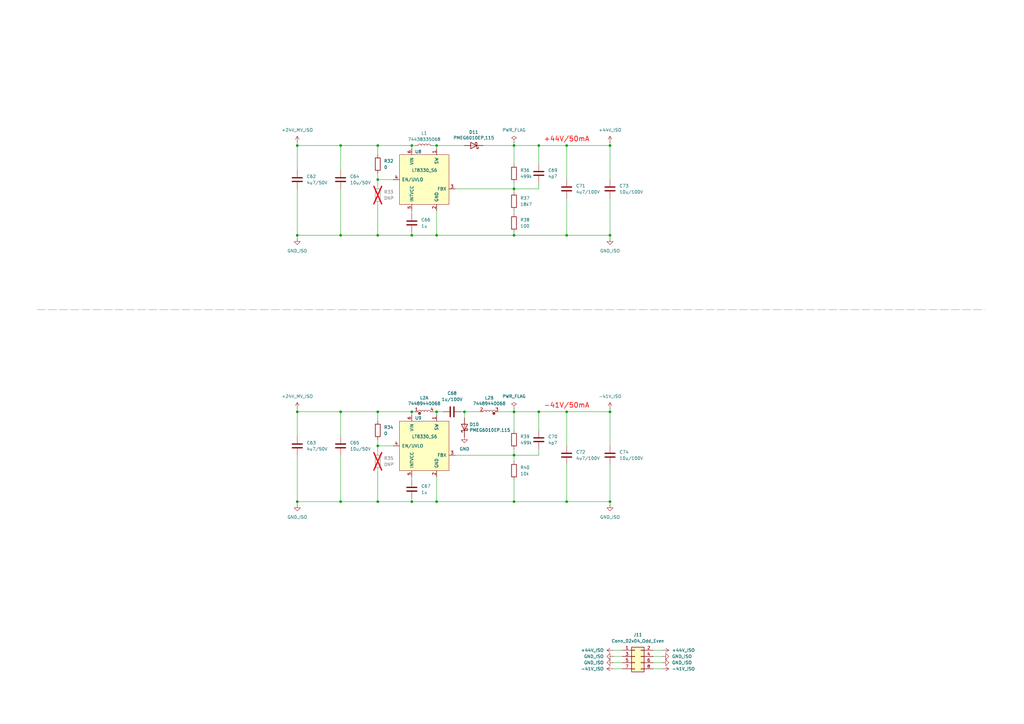
<source format=kicad_sch>
(kicad_sch (version 20250114) (generator "eeschema") (generator_version "9.0")
  (paper "A3")
  (lib_symbols
    (symbol "Connector_Generic:Conn_02x04_Odd_Even" (pin_names (offset 1.016) (hide yes))
      (property "Reference" "J" (at 1.27 5.08 0))
      (property "Value" "Conn_02x04_Odd_Even" (at 1.27 -7.62 0))
      (symbol "Conn_02x04_Odd_Even_1_1"
        (rectangle (start -1.27 3.81) (end 3.81 -6.35) (stroke (width 0.254)) (fill (type background)))
        (rectangle (start -1.27 2.667) (end 0 2.413) (stroke (width 0.1524)))
        (rectangle (start -1.27 0.127) (end 0 -0.127) (stroke (width 0.1524)))
        (rectangle (start -1.27 -2.413) (end 0 -2.667) (stroke (width 0.1524)))
        (rectangle (start -1.27 -4.953) (end 0 -5.207) (stroke (width 0.1524)))
        (rectangle (start 3.81 2.667) (end 2.54 2.413) (stroke (width 0.1524)))
        (rectangle (start 3.81 0.127) (end 2.54 -0.127) (stroke (width 0.1524)))
        (rectangle (start 3.81 -2.413) (end 2.54 -2.667) (stroke (width 0.1524)))
        (rectangle (start 3.81 -4.953) (end 2.54 -5.207) (stroke (width 0.1524)))
        (pin passive line (at -5.08 2.54 0) (length 3.81) (name "Pin_1") (number "1"))
        (pin passive line (at -5.08 0 0) (length 3.81) (name "Pin_3") (number "3"))
        (pin passive line (at -5.08 -2.54 0) (length 3.81) (name "Pin_5") (number "5"))
        (pin passive line (at -5.08 -5.08 0) (length 3.81) (name "Pin_7") (number "7"))
        (pin passive line (at 7.62 2.54 180) (length 3.81) (name "Pin_2") (number "2"))
        (pin passive line (at 7.62 0 180) (length 3.81) (name "Pin_4") (number "4"))
        (pin passive line (at 7.62 -2.54 180) (length 3.81) (name "Pin_6") (number "6"))
        (pin passive line (at 7.62 -5.08 180) (length 3.81) (name "Pin_8") (number "8"))
      )
    )
    (symbol "Device:C" (pin_numbers (hide yes)) (pin_names (offset 0.254))
      (property "Reference" "C" (at 0.635 2.54 0))
      (property "Value" "C" (at 0.635 -2.54 0))
      (symbol "C_0_1"
        (polyline (pts (xy -2.032 0.762) (xy 2.032 0.762)) (stroke (width 0.508)))
        (polyline (pts (xy -2.032 -0.762) (xy 2.032 -0.762)) (stroke (width 0.508)))
      )
      (symbol "C_1_1"
        (pin passive line (at 0 3.81 270) (length 2.794) (name "~") (number "1"))
        (pin passive line (at 0 -3.81 90) (length 2.794) (name "~") (number "2"))
      )
    )
    (symbol "Device:D_Schottky" (pin_numbers (hide yes)) (pin_names (offset 1.016) (hide yes))
      (property "Reference" "D" (at 0 2.54 0))
      (property "Value" "D_Schottky" (at 0 -2.54 0))
      (symbol "D_Schottky_0_1"
        (polyline (pts (xy -1.905 0.635) (xy -1.905 1.27) (xy -1.27 1.27) (xy -1.27 -1.27) (xy -0.635 -1.27) (xy -0.635 -0.635)) (stroke (width 0.254)))
        (polyline (pts (xy 1.27 1.27) (xy 1.27 -1.27) (xy -1.27 0) (xy 1.27 1.27)) (stroke (width 0.254)))
        (polyline (pts (xy 1.27 0) (xy -1.27 0)))
      )
      (symbol "D_Schottky_1_1"
        (pin passive line (at -3.81 0 0) (length 2.54) (name "K") (number "1"))
        (pin passive line (at 3.81 0 180) (length 2.54) (name "A") (number "2"))
      )
    )
    (symbol "Device:L" (pin_numbers (hide yes)) (pin_names (offset 1.016) (hide yes))
      (property "Reference" "L" (at -1.27 0 90))
      (property "Value" "L" (at 1.905 0 90))
      (symbol "L_0_1"
        (arc (start 0 2.54) (mid 0.6323 1.905) (end 0 1.27))
        (arc (start 0 1.27) (mid 0.6323 0.635) (end 0 0))
        (arc (start 0 0) (mid 0.6323 -0.635) (end 0 -1.27))
        (arc (start 0 -1.27) (mid 0.6323 -1.905) (end 0 -2.54))
      )
      (symbol "L_1_1"
        (pin passive line (at 0 3.81 270) (length 1.27) (name "1") (number "1"))
        (pin passive line (at 0 -3.81 90) (length 1.27) (name "2") (number "2"))
      )
    )
    (symbol "Device:R" (pin_numbers (hide yes)) (pin_names (offset 0))
      (property "Reference" "R" (at 2.032 0 90))
      (property "Value" "R" (at 0 0 90))
      (symbol "R_0_1"
        (rectangle (start -1.016 -2.54) (end 1.016 2.54) (stroke (width 0.254)))
      )
      (symbol "R_1_1"
        (pin passive line (at 0 3.81 270) (length 1.27) (name "~") (number "1"))
        (pin passive line (at 0 -3.81 90) (length 1.27) (name "~") (number "2"))
      )
    )
    (symbol "ETH1CVOLT_A:+24V_MV_ISO" (power) (pin_numbers (hide yes)) (pin_names (offset 0) (hide yes))
      (property "Value" "+24V_MV_ISO" (at 0 3.556 0))
      (symbol "+24V_MV_ISO_0_1"
        (polyline (pts (xy -0.762 1.27) (xy 0 2.54)))
        (polyline (pts (xy 0 2.54) (xy 0.762 1.27)))
        (polyline (pts (xy 0 0) (xy 0 2.54)))
      )
      (symbol "+24V_MV_ISO_1_1"
        (pin power_in line (at 0 0 90) (length 0) (name "~") (number "1"))
      )
    )
    (symbol "ETH1CVOLT_A:+44V_ISO" (power) (pin_numbers (hide yes)) (pin_names (offset 0) (hide yes))
      (property "Value" "+44V_ISO" (at 0 3.556 0))
      (symbol "+44V_ISO_0_1"
        (polyline (pts (xy -0.762 1.27) (xy 0 2.54)))
        (polyline (pts (xy 0 2.54) (xy 0.762 1.27)))
        (polyline (pts (xy 0 0) (xy 0 2.54)))
      )
      (symbol "+44V_ISO_1_1"
        (pin power_in line (at 0 0 90) (length 0) (name "~") (number "1"))
      )
    )
    (symbol "ETH1CVOLT_A:-41V_ISO" (power) (pin_numbers (hide yes)) (pin_names (offset 0) (hide yes))
      (property "Value" "-41V_ISO" (at 0 3.556 0))
      (symbol "-41V_ISO_0_1"
        (polyline (pts (xy -0.762 1.27) (xy 0 2.54)))
        (polyline (pts (xy 0 2.54) (xy 0.762 1.27)))
        (polyline (pts (xy 0 0) (xy 0 2.54)))
      )
      (symbol "-41V_ISO_1_1"
        (pin power_in line (at 0 0 90) (length 0) (name "~") (number "1"))
      )
    )
    (symbol "ETH1CVOLT_A:GND_ISO" (power) (pin_numbers (hide yes)) (pin_names (offset 0) (hide yes))
      (property "Value" "GND_ISO" (at 0 -3.81 0))
      (symbol "GND_ISO_0_1"
        (polyline (pts (xy 0 0) (xy 0 -1.27) (xy 1.27 -1.27) (xy 0 -2.54) (xy -1.27 -1.27) (xy 0 -1.27)))
      )
      (symbol "GND_ISO_1_1"
        (pin power_in line (at 0 0 270) (length 0) (name "~") (number "1"))
      )
    )
    (symbol "UCC25800:74489440068" (pin_names (offset 1.016))
      (property "Reference" "L2" (at 0 5.715 0))
      (property "Value" "74489440068" (at 0 3.4036 0))
      (symbol "74489440068_0_1"
        (circle (center -1.905 -0.635) (radius 0.3556) (stroke (width 0.4064)))
      )
      (symbol "74489440068_1_1"
        (arc (start -2.54 0) (mid -1.905 0.6323) (end -1.27 0))
        (arc (start -1.27 0) (mid -0.635 0.6323) (end 0 0))
        (arc (start 0 0) (mid 0.635 0.6323) (end 1.27 0))
        (arc (start 1.27 0) (mid 1.905 0.6323) (end 2.54 0))
        (pin passive line (at -3.81 0 0) (length 1.27) (name "~") (number "1"))
        (pin passive line (at 3.81 0 180) (length 1.27) (name "~") (number "4"))
      )
      (symbol "74489440068_2_1"
        (arc (start -2.54 0) (mid -1.905 0.6323) (end -1.27 0))
        (arc (start -1.27 0) (mid -0.635 0.6323) (end 0 0))
        (arc (start 0 0) (mid 0.635 0.6323) (end 1.27 0))
        (arc (start 1.27 0) (mid 1.905 0.6323) (end 2.54 0))
        (pin passive line (at -3.81 0 0) (length 1.27) (name "~") (number "3"))
        (pin passive line (at 3.81 0 180) (length 1.27) (name "~") (number "2"))
      )
    )
    (symbol "UCC25800:LT8330_S6" (pin_names (offset 1.016))
      (property "Reference" "U2" (at -3.81 11.43 0))
      (property "Value" "LT8330_S6" (at -5.08 3.81 0))
      (symbol "LT8330_S6_0_1"
        (rectangle (start -10.16 10.16) (end 10.16 -10.16) (fill (type background)))
      )
      (symbol "LT8330_S6_1_1"
        (pin passive line (at -12.7 0 0) (length 2.54) (name "EN/UVLO") (number "4"))
        (pin passive line (at -5.08 12.7 270) (length 2.54) (name "VIN") (number "6"))
        (pin passive line (at -5.08 -12.7 90) (length 2.54) (name "INTVCC") (number "5"))
        (pin passive line (at 5.08 12.7 270) (length 2.54) (name "SW") (number "1"))
        (pin passive line (at 5.08 -12.7 90) (length 2.54) (name "GND") (number "2"))
        (pin passive line (at 12.7 -3.81 180) (length 2.54) (name "FBX") (number "3"))
      )
    )
    (symbol "power:GND" (power) (pin_numbers (hide yes)) (pin_names (offset 0) (hide yes))
      (property "Value" "GND" (at 0 -3.81 0))
      (symbol "GND_0_1"
        (polyline (pts (xy 0 0) (xy 0 -1.27) (xy 1.27 -1.27) (xy 0 -2.54) (xy -1.27 -1.27) (xy 0 -1.27)))
      )
      (symbol "GND_1_1"
        (pin power_in line (at 0 0 270) (length 0) (name "~") (number "1"))
      )
    )
    (symbol "power:PWR_FLAG" (power) (pin_numbers (hide yes)) (pin_names (offset 0) (hide yes))
      (property "Value" "PWR_FLAG" (at 0 3.81 0))
      (symbol "PWR_FLAG_0_0"
        (pin power_out line (at 0 0 90) (length 0) (name "~") (number "1"))
      )
      (symbol "PWR_FLAG_0_1"
        (polyline (pts (xy 0 0) (xy 0 1.27) (xy -1.016 1.905) (xy 0 2.54) (xy 1.016 1.905) (xy 0 1.27)))
      )
    )
  )
  (text "-41V/50mA" (at 232.41 166.37 0) (effects (font (size 2.032 2.032) (thickness 0.254) (bold yes))))
  (text "+44V/50mA" (at 232.41 57.15 0) (effects (font (size 2.032 2.032) (thickness 0.254) (bold yes))))
  (junction (at 154.94 96.52))
  (junction (at 250.19 205.74))
  (junction (at 154.94 168.91))
  (junction (at 168.91 205.74))
  (junction (at 121.92 205.74))
  (junction (at 121.92 59.69))
  (junction (at 210.82 186.69))
  (junction (at 250.19 168.91))
  (junction (at 250.19 59.69))
  (junction (at 121.92 168.91))
  (junction (at 232.41 59.69))
  (junction (at 168.91 96.52))
  (junction (at 210.82 96.52))
  (junction (at 139.7 205.74))
  (junction (at 210.82 205.74))
  (junction (at 210.82 59.69))
  (junction (at 139.7 96.52))
  (junction (at 154.94 205.74))
  (junction (at 179.07 59.69))
  (junction (at 179.07 205.74))
  (junction (at 232.41 96.52))
  (junction (at 190.5 168.91))
  (junction (at 168.91 168.91))
  (junction (at 179.07 168.91))
  (junction (at 250.19 96.52))
  (junction (at 139.7 168.91))
  (junction (at 220.98 168.91))
  (junction (at 210.82 168.91))
  (junction (at 139.7 59.69))
  (junction (at 154.94 73.66))
  (junction (at 121.92 96.52))
  (junction (at 232.41 205.74))
  (junction (at 232.41 168.91))
  (junction (at 154.94 182.88))
  (junction (at 154.94 59.69))
  (junction (at 210.82 77.47))
  (junction (at 168.91 59.69))
  (junction (at 220.98 59.69))
  (junction (at 179.07 96.52))
  (wire (pts (xy 154.94 96.52) (xy 168.91 96.52)))
  (wire (pts (xy 186.69 186.69) (xy 210.82 186.69)))
  (wire (pts (xy 154.94 63.5) (xy 154.94 59.69)))
  (wire (pts (xy 250.19 58.42) (xy 250.19 59.69)))
  (wire (pts (xy 250.19 96.52) (xy 250.19 81.28)))
  (wire (pts (xy 232.41 205.74) (xy 250.19 205.74)))
  (wire (pts (xy 139.7 59.69) (xy 121.92 59.69)))
  (wire (pts (xy 154.94 182.88) (xy 154.94 180.34)))
  (wire (pts (xy 232.41 205.74) (xy 232.41 190.5)))
  (wire (pts (xy 186.69 77.47) (xy 210.82 77.47)))
  (wire (pts (xy 121.92 186.69) (xy 121.92 205.74)))
  (wire (pts (xy 210.82 59.69) (xy 210.82 67.31)))
  (wire (pts (xy 251.46 271.78) (xy 255.27 271.78)))
  (wire (pts (xy 210.82 77.47) (xy 210.82 78.74)))
  (wire (pts (xy 210.82 168.91) (xy 220.98 168.91)))
  (wire (pts (xy 179.07 96.52) (xy 210.82 96.52)))
  (wire (pts (xy 179.07 96.52) (xy 179.07 86.36)))
  (wire (pts (xy 168.91 168.91) (xy 168.91 170.18)))
  (wire (pts (xy 121.92 205.74) (xy 121.92 207.01)))
  (wire (pts (xy 250.19 167.64) (xy 250.19 168.91)))
  (wire (pts (xy 139.7 168.91) (xy 154.94 168.91)))
  (wire (pts (xy 168.91 204.47) (xy 168.91 205.74)))
  (wire (pts (xy 154.94 185.42) (xy 154.94 182.88)))
  (wire (pts (xy 121.92 69.85) (xy 121.92 59.69)))
  (wire (pts (xy 190.5 171.45) (xy 190.5 168.91)))
  (wire (pts (xy 121.92 205.74) (xy 139.7 205.74)))
  (wire (pts (xy 161.29 73.66) (xy 154.94 73.66)))
  (wire (pts (xy 210.82 196.85) (xy 210.82 205.74)))
  (wire (pts (xy 232.41 182.88) (xy 232.41 168.91)))
  (wire (pts (xy 251.46 266.7) (xy 255.27 266.7)))
  (wire (pts (xy 210.82 186.69) (xy 220.98 186.69)))
  (wire (pts (xy 210.82 186.69) (xy 210.82 189.23)))
  (wire (pts (xy 154.94 96.52) (xy 154.94 83.82)))
  (wire (pts (xy 139.7 96.52) (xy 154.94 96.52)))
  (wire (pts (xy 154.94 168.91) (xy 168.91 168.91)))
  (wire (pts (xy 220.98 67.31) (xy 220.98 59.69)))
  (wire (pts (xy 139.7 77.47) (xy 139.7 96.52)))
  (wire (pts (xy 204.47 168.91) (xy 210.82 168.91)))
  (wire (pts (xy 121.92 77.47) (xy 121.92 96.52)))
  (wire (pts (xy 210.82 205.74) (xy 179.07 205.74)))
  (wire (pts (xy 232.41 96.52) (xy 250.19 96.52)))
  (wire (pts (xy 177.8 168.91) (xy 179.07 168.91)))
  (wire (pts (xy 210.82 167.64) (xy 210.82 168.91)))
  (wire (pts (xy 168.91 59.69) (xy 168.91 60.96)))
  (wire (pts (xy 210.82 96.52) (xy 232.41 96.52)))
  (wire (pts (xy 168.91 205.74) (xy 154.94 205.74)))
  (wire (pts (xy 189.23 168.91) (xy 190.5 168.91)))
  (wire (pts (xy 267.97 274.32) (xy 271.78 274.32)))
  (wire (pts (xy 121.92 179.07) (xy 121.92 168.91)))
  (wire (pts (xy 121.92 97.79) (xy 121.92 96.52)))
  (wire (pts (xy 154.94 172.72) (xy 154.94 168.91)))
  (wire (pts (xy 267.97 271.78) (xy 271.78 271.78)))
  (wire (pts (xy 210.82 95.25) (xy 210.82 96.52)))
  (wire (pts (xy 250.19 182.88) (xy 250.19 168.91)))
  (wire (pts (xy 220.98 77.47) (xy 220.98 74.93)))
  (wire (pts (xy 154.94 73.66) (xy 154.94 71.12)))
  (wire (pts (xy 121.92 58.42) (xy 121.92 59.69)))
  (wire (pts (xy 232.41 73.66) (xy 232.41 59.69)))
  (wire (pts (xy 139.7 205.74) (xy 154.94 205.74)))
  (wire (pts (xy 232.41 96.52) (xy 232.41 81.28)))
  (wire (pts (xy 168.91 205.74) (xy 179.07 205.74)))
  (wire (pts (xy 250.19 73.66) (xy 250.19 59.69)))
  (wire (pts (xy 232.41 59.69) (xy 250.19 59.69)))
  (wire (pts (xy 250.19 190.5) (xy 250.19 205.74)))
  (wire (pts (xy 168.91 196.85) (xy 168.91 195.58)))
  (wire (pts (xy 121.92 168.91) (xy 139.7 168.91)))
  (wire (pts (xy 161.29 182.88) (xy 154.94 182.88)))
  (wire (pts (xy 179.07 59.69) (xy 179.07 60.96)))
  (wire (pts (xy 210.82 77.47) (xy 220.98 77.47)))
  (polyline (pts (xy 15.24 127) (xy 403.86 127)) (stroke (width 0.3048) (type dash) (color 194 194 194 1)))
  (wire (pts (xy 220.98 59.69) (xy 232.41 59.69)))
  (wire (pts (xy 220.98 168.91) (xy 232.41 168.91)))
  (wire (pts (xy 210.82 74.93) (xy 210.82 77.47)))
  (wire (pts (xy 139.7 179.07) (xy 139.7 168.91)))
  (wire (pts (xy 139.7 186.69) (xy 139.7 205.74)))
  (wire (pts (xy 121.92 96.52) (xy 139.7 96.52)))
  (wire (pts (xy 210.82 59.69) (xy 220.98 59.69)))
  (wire (pts (xy 210.82 184.15) (xy 210.82 186.69)))
  (wire (pts (xy 177.8 59.69) (xy 179.07 59.69)))
  (wire (pts (xy 179.07 205.74) (xy 179.07 195.58)))
  (wire (pts (xy 139.7 69.85) (xy 139.7 59.69)))
  (wire (pts (xy 154.94 76.2) (xy 154.94 73.66)))
  (wire (pts (xy 121.92 167.64) (xy 121.92 168.91)))
  (wire (pts (xy 250.19 205.74) (xy 250.19 207.01)))
  (wire (pts (xy 220.98 186.69) (xy 220.98 184.15)))
  (wire (pts (xy 168.91 96.52) (xy 179.07 96.52)))
  (wire (pts (xy 210.82 86.36) (xy 210.82 87.63)))
  (wire (pts (xy 210.82 205.74) (xy 232.41 205.74)))
  (wire (pts (xy 210.82 168.91) (xy 210.82 176.53)))
  (wire (pts (xy 139.7 59.69) (xy 154.94 59.69)))
  (wire (pts (xy 232.41 168.91) (xy 250.19 168.91)))
  (wire (pts (xy 154.94 59.69) (xy 168.91 59.69)))
  (wire (pts (xy 179.07 168.91) (xy 179.07 170.18)))
  (wire (pts (xy 170.18 59.69) (xy 168.91 59.69)))
  (wire (pts (xy 210.82 58.42) (xy 210.82 59.69)))
  (wire (pts (xy 170.18 168.91) (xy 168.91 168.91)))
  (wire (pts (xy 220.98 176.53) (xy 220.98 168.91)))
  (wire (pts (xy 190.5 168.91) (xy 196.85 168.91)))
  (wire (pts (xy 154.94 205.74) (xy 154.94 193.04)))
  (wire (pts (xy 250.19 96.52) (xy 250.19 97.79)))
  (wire (pts (xy 181.61 168.91) (xy 179.07 168.91)))
  (wire (pts (xy 179.07 59.69) (xy 190.5 59.69)))
  (wire (pts (xy 251.46 269.24) (xy 255.27 269.24)))
  (wire (pts (xy 168.91 95.25) (xy 168.91 96.52)))
  (wire (pts (xy 168.91 87.63) (xy 168.91 86.36)))
  (wire (pts (xy 198.12 59.69) (xy 210.82 59.69)))
  (wire (pts (xy 267.97 266.7) (xy 271.78 266.7)))
  (wire (pts (xy 267.97 269.24) (xy 271.78 269.24)))
  (wire (pts (xy 251.46 274.32) (xy 255.27 274.32)))
  (symbol (lib_id "Device:C") (at 185.42 168.91 90) (unit 1)
    (property "Reference" "C68" (at 185.42 161.29 90))
    (property "Value" "1u/100V" (at 185.42 163.83 90))
    (property "Footprint" "Capacitor_SMD:C_0805_2012Metric_Pad1.18x1.45mm_HandSolder" (effects (hide yes)))
    (property "Description" "Unpolarized capacitor" (effects (hide yes)))
  )
  (symbol (lib_id "ETH1CVOLT_A:+44V_ISO") (at 250.19 58.42 0) (unit 1)
    (property "Reference" "#PWR076" (effects (hide yes)))
    (property "Value" "+44V_ISO" (at 250.19 53.34 0))
    (property "Description" "Power symbol" (effects (hide yes)))
  )
  (symbol (lib_id "ETH1CVOLT_A:GND_ISO") (at 251.46 271.78 270) (unit 1)
    (property "Reference" "#PWR0137" (effects (hide yes)))
    (property "Value" "GND_ISO" (at 247.65 271.7799 90) (effects (justify right)))
    (property "Description" "Power symbol creates a global label with name \"GND\" , ground" (effects (hide yes)))
  )
  (symbol (lib_id "Device:R") (at 210.82 193.04 0) (unit 1)
    (property "Reference" "R40" (at 213.36 191.7699 0) (effects (justify left)))
    (property "Value" "10k" (at 213.36 194.3099 0) (effects (justify left)))
    (property "Footprint" "Resistor_SMD:R_0603_1608Metric_Pad0.98x0.95mm_HandSolder" (effects (hide yes)))
    (property "Description" "Resistor" (effects (hide yes)))
  )
  (symbol (lib_id "ETH1CVOLT_A:+24V_MV_ISO") (at 121.92 167.64 0) (unit 1)
    (property "Reference" "#PWR073" (effects (hide yes)))
    (property "Value" "+24V_MV_ISO" (at 121.92 162.56 0))
    (property "Description" "Power symbol" (effects (hide yes)))
  )
  (symbol (lib_id "UCC25800:74489440068") (at 173.99 168.91 0) (unit 1)
    (property "Reference" "L2" (at 173.99 163.195 0))
    (property "Value" "74489440068" (at 173.99 165.5064 0))
    (property "Footprint" "ETH1CVOLT_A:74489440068" (effects (hide yes)))
  )
  (symbol (lib_id "ETH1CVOLT_A:-41V_ISO") (at 250.19 167.64 0) (unit 1)
    (property "Reference" "#PWR078" (effects (hide yes)))
    (property "Value" "-41V_ISO" (at 250.19 162.56 0))
    (property "Description" "Power symbol" (effects (hide yes)))
  )
  (symbol (lib_id "ETH1CVOLT_A:-41V_ISO") (at 271.78 274.32 270) (unit 1)
    (property "Reference" "#PWR082" (effects (hide yes)))
    (property "Value" "-41V_ISO" (at 275.59 274.3199 90) (effects (justify left)))
    (property "Description" "Power symbol" (effects (hide yes)))
  )
  (symbol (lib_id "Device:R") (at 154.94 189.23 0) (unit 1) (in_bom no) (dnp yes)
    (property "Reference" "R35" (at 157.48 187.9599 0) (effects (justify left)))
    (property "Value" "DNP" (at 157.48 190.4999 0) (effects (justify left)))
    (property "Footprint" "Resistor_SMD:R_0603_1608Metric_Pad0.98x0.95mm_HandSolder" (effects (hide yes)))
    (property "Description" "Resistor" (effects (hide yes)))
  )
  (symbol (lib_id "Device:C") (at 139.7 182.88 0) (unit 1)
    (property "Reference" "C65" (at 143.51 181.6099 0) (effects (justify left)))
    (property "Value" "10u/50V" (at 143.51 184.1499 0) (effects (justify left)))
    (property "Footprint" "Capacitor_SMD:C_1210_3225Metric_Pad1.33x2.70mm_HandSolder" (effects (hide yes)))
    (property "Description" "Unpolarized capacitor" (effects (hide yes)))
  )
  (symbol (lib_id "UCC25800:74489440068") (at 200.66 168.91 0) (mirror y) (unit 2)
    (property "Reference" "L2" (at 200.66 163.195 0))
    (property "Value" "74489440068" (at 200.66 165.5064 0))
    (property "Footprint" "ETH1CVOLT_A:74489440068" (effects (hide yes)))
  )
  (symbol (lib_id "Device:C") (at 121.92 73.66 0) (unit 1)
    (property "Reference" "C62" (at 125.73 72.3899 0) (effects (justify left)))
    (property "Value" "4u7/50V" (at 125.73 74.9299 0) (effects (justify left)))
    (property "Footprint" "Capacitor_SMD:C_1210_3225Metric_Pad1.33x2.70mm_HandSolder" (effects (hide yes)))
    (property "Description" "Unpolarized capacitor" (effects (hide yes)))
  )
  (symbol (lib_id "Device:C") (at 168.91 91.44 180) (unit 1)
    (property "Reference" "C66" (at 172.72 90.1699 0) (effects (justify right)))
    (property "Value" "1u" (at 172.72 92.7099 0) (effects (justify right)))
    (property "Footprint" "Capacitor_SMD:C_0603_1608Metric_Pad1.08x0.95mm_HandSolder" (effects (hide yes)))
    (property "Description" "Unpolarized capacitor" (effects (hide yes)))
  )
  (symbol (lib_id "ETH1CVOLT_A:GND_ISO") (at 121.92 207.01 0) (unit 1)
    (property "Reference" "#PWR074" (effects (hide yes)))
    (property "Value" "GND_ISO" (at 121.92 212.09 0))
    (property "Description" "Power symbol creates a global label with name \"GND\" , ground" (effects (hide yes)))
  )
  (symbol (lib_id "Device:C") (at 139.7 73.66 0) (unit 1)
    (property "Reference" "C64" (at 143.51 72.3899 0) (effects (justify left)))
    (property "Value" "10u/50V" (at 143.51 74.9299 0) (effects (justify left)))
    (property "Footprint" "Capacitor_SMD:C_1210_3225Metric_Pad1.33x2.70mm_HandSolder" (effects (hide yes)))
    (property "Description" "Unpolarized capacitor" (effects (hide yes)))
  )
  (symbol (lib_id "Device:R") (at 154.94 176.53 0) (unit 1)
    (property "Reference" "R34" (at 157.48 175.2599 0) (effects (justify left)))
    (property "Value" "0" (at 157.48 177.7999 0) (effects (justify left)))
    (property "Footprint" "Resistor_SMD:R_0603_1608Metric_Pad0.98x0.95mm_HandSolder" (effects (hide yes)))
    (property "Description" "Resistor" (effects (hide yes)))
  )
  (symbol (lib_id "Device:R") (at 210.82 71.12 0) (unit 1)
    (property "Reference" "R36" (at 213.36 69.8499 0) (effects (justify left)))
    (property "Value" "499k" (at 213.36 72.3899 0) (effects (justify left)))
    (property "Footprint" "Resistor_SMD:R_0603_1608Metric_Pad0.98x0.95mm_HandSolder" (effects (hide yes)))
    (property "Description" "Resistor" (effects (hide yes)))
  )
  (symbol (lib_id "Device:C") (at 232.41 77.47 0) (unit 1)
    (property "Reference" "C71" (at 236.22 76.1999 0) (effects (justify left)))
    (property "Value" "4u7/100V" (at 236.22 78.7399 0) (effects (justify left)))
    (property "Footprint" "Capacitor_SMD:C_1210_3225Metric_Pad1.33x2.70mm_HandSolder" (effects (hide yes)))
    (property "Description" "Unpolarized capacitor" (effects (hide yes)))
  )
  (symbol (lib_id "ETH1CVOLT_A:+24V_MV_ISO") (at 121.92 58.42 0) (unit 1)
    (property "Reference" "#PWR071" (effects (hide yes)))
    (property "Value" "+24V_MV_ISO" (at 121.92 53.34 0))
    (property "Description" "Power symbol" (effects (hide yes)))
  )
  (symbol (lib_id "Device:C") (at 250.19 77.47 0) (unit 1)
    (property "Reference" "C73" (at 254 76.1999 0) (effects (justify left)))
    (property "Value" "10u/100V" (at 254 78.7399 0) (effects (justify left)))
    (property "Footprint" "Capacitor_SMD:C_1210_3225Metric_Pad1.33x2.70mm_HandSolder" (effects (hide yes)))
    (property "Description" "Unpolarized capacitor" (effects (hide yes)))
  )
  (symbol (lib_id "power:PWR_FLAG") (at 210.82 167.64 0) (unit 1)
    (property "Reference" "#FLG014" (effects (hide yes)))
    (property "Value" "PWR_FLAG" (at 210.82 162.56 0))
    (property "Description" "Special symbol for telling ERC where power comes from" (effects (hide yes)))
  )
  (symbol (lib_id "Device:C") (at 232.41 186.69 0) (unit 1)
    (property "Reference" "C72" (at 236.22 185.4199 0) (effects (justify left)))
    (property "Value" "4u7/100V" (at 236.22 187.9599 0) (effects (justify left)))
    (property "Footprint" "Capacitor_SMD:C_1210_3225Metric_Pad1.33x2.70mm_HandSolder" (effects (hide yes)))
    (property "Description" "Unpolarized capacitor" (effects (hide yes)))
  )
  (symbol (lib_id "Connector_Generic:Conn_02x04_Odd_Even") (at 260.35 269.24 0) (unit 1)
    (property "Reference" "J11" (at 261.62 260.35 0))
    (property "Value" "Conn_02x04_Odd_Even" (at 261.62 262.89 0))
    (property "Footprint" "Connector_PinSocket_2.54mm:PinSocket_2x04_P2.54mm_Vertical_SMD" (effects (hide yes)))
    (property "Description" "Generic connector, double row, 02x04, odd/even pin numbering scheme (row 1 odd numbers, row 2 even numbers), script generated (kicad-library-utils/schlib/autogen/connector/)" (effects (hide yes)))
  )
  (symbol (lib_id "ETH1CVOLT_A:-41V_ISO") (at 251.46 274.32 90) (unit 1)
    (property "Reference" "#PWR081" (effects (hide yes)))
    (property "Value" "-41V_ISO" (at 247.65 274.3199 90) (effects (justify left)))
    (property "Description" "Power symbol" (effects (hide yes)))
  )
  (symbol (lib_id "UCC25800:LT8330_S6") (at 173.99 182.88 0) (unit 1)
    (property "Reference" "U9" (at 170.18 171.45 0) (effects (justify left)))
    (property "Value" "LT8330_S6" (at 168.91 179.07 0) (effects (justify left)))
    (property "Footprint" "Package_TO_SOT_SMD:TSOT-23-6" (effects (hide yes)))
  )
  (symbol (lib_id "ETH1CVOLT_A:GND_ISO") (at 250.19 97.79 0) (unit 1)
    (property "Reference" "#PWR077" (effects (hide yes)))
    (property "Value" "GND_ISO" (at 250.19 102.87 0))
    (property "Description" "Power symbol creates a global label with name \"GND\" , ground" (effects (hide yes)))
  )
  (symbol (lib_id "ETH1CVOLT_A:+44V_ISO") (at 271.78 266.7 270) (unit 1)
    (property "Reference" "#PWR080" (effects (hide yes)))
    (property "Value" "+44V_ISO" (at 275.59 266.6999 90) (effects (justify left)))
    (property "Description" "Power symbol" (effects (hide yes)))
  )
  (symbol (lib_id "Device:R") (at 210.82 82.55 0) (unit 1)
    (property "Reference" "R37" (at 213.36 81.2799 0) (effects (justify left)))
    (property "Value" "18k7" (at 213.36 83.8199 0) (effects (justify left)))
    (property "Footprint" "Resistor_SMD:R_0603_1608Metric_Pad0.98x0.95mm_HandSolder" (effects (hide yes)))
    (property "Description" "Resistor" (effects (hide yes)))
  )
  (symbol (lib_id "ETH1CVOLT_A:GND_ISO") (at 121.92 97.79 0) (unit 1)
    (property "Reference" "#PWR072" (effects (hide yes)))
    (property "Value" "GND_ISO" (at 121.92 102.87 0))
    (property "Description" "Power symbol creates a global label with name \"GND\" , ground" (effects (hide yes)))
  )
  (symbol (lib_id "Device:C") (at 168.91 200.66 180) (unit 1)
    (property "Reference" "C67" (at 172.72 199.3899 0) (effects (justify right)))
    (property "Value" "1u" (at 172.72 201.9299 0) (effects (justify right)))
    (property "Footprint" "Capacitor_SMD:C_0603_1608Metric_Pad1.08x0.95mm_HandSolder" (effects (hide yes)))
    (property "Description" "Unpolarized capacitor" (effects (hide yes)))
  )
  (symbol (lib_id "Device:C") (at 220.98 180.34 0) (unit 1)
    (property "Reference" "C70" (at 224.79 179.0699 0) (effects (justify left)))
    (property "Value" "4p7" (at 224.79 181.6099 0) (effects (justify left)))
    (property "Footprint" "Capacitor_SMD:C_0603_1608Metric_Pad1.08x0.95mm_HandSolder" (effects (hide yes)))
    (property "Description" "Unpolarized capacitor" (effects (hide yes)))
  )
  (symbol (lib_id "Device:R") (at 210.82 91.44 0) (unit 1)
    (property "Reference" "R38" (at 213.36 90.1699 0) (effects (justify left)))
    (property "Value" "100" (at 213.36 92.7099 0) (effects (justify left)))
    (property "Footprint" "Resistor_SMD:R_0603_1608Metric_Pad0.98x0.95mm_HandSolder" (effects (hide yes)))
    (property "Description" "Resistor" (effects (hide yes)))
  )
  (symbol (lib_id "Device:R") (at 210.82 180.34 0) (unit 1)
    (property "Reference" "R39" (at 213.36 179.0699 0) (effects (justify left)))
    (property "Value" "499k" (at 213.36 181.6099 0) (effects (justify left)))
    (property "Footprint" "Resistor_SMD:R_0603_1608Metric_Pad0.98x0.95mm_HandSolder" (effects (hide yes)))
    (property "Description" "Resistor" (effects (hide yes)))
  )
  (symbol (lib_id "ETH1CVOLT_A:GND_ISO") (at 271.78 269.24 90) (unit 1)
    (property "Reference" "#PWR0138" (effects (hide yes)))
    (property "Value" "GND_ISO" (at 275.59 269.2399 90) (effects (justify right)))
    (property "Description" "Power symbol creates a global label with name \"GND\" , ground" (effects (hide yes)))
  )
  (symbol (lib_id "Device:C") (at 220.98 71.12 0) (unit 1)
    (property "Reference" "C69" (at 224.79 69.8499 0) (effects (justify left)))
    (property "Value" "4p7" (at 224.79 72.3899 0) (effects (justify left)))
    (property "Footprint" "Capacitor_SMD:C_0603_1608Metric_Pad1.08x0.95mm_HandSolder" (effects (hide yes)))
    (property "Description" "Unpolarized capacitor" (effects (hide yes)))
  )
  (symbol (lib_id "ETH1CVOLT_A:GND_ISO") (at 250.19 207.01 0) (unit 1)
    (property "Reference" "#PWR079" (effects (hide yes)))
    (property "Value" "GND_ISO" (at 250.19 212.09 0))
    (property "Description" "Power symbol creates a global label with name \"GND\" , ground" (effects (hide yes)))
  )
  (symbol (lib_id "Device:D_Schottky") (at 190.5 175.26 90) (unit 1)
    (property "Reference" "D10" (at 192.5066 174.0916 90) (effects (justify right)))
    (property "Value" "PMEG6010EP,115" (at 192.5066 176.403 90) (effects (justify right)))
    (property "Footprint" "Diode_SMD:D_SOD-128" (effects (hide yes)))
  )
  (symbol (lib_id "ETH1CVOLT_A:GND_ISO") (at 251.46 269.24 270) (unit 1)
    (property "Reference" "#PWR0136" (effects (hide yes)))
    (property "Value" "GND_ISO" (at 247.65 269.2399 90) (effects (justify right)))
    (property "Description" "Power symbol creates a global label with name \"GND\" , ground" (effects (hide yes)))
  )
  (symbol (lib_id "power:PWR_FLAG") (at 210.82 58.42 0) (unit 1)
    (property "Reference" "#FLG013" (effects (hide yes)))
    (property "Value" "PWR_FLAG" (at 210.82 53.34 0))
    (property "Description" "Special symbol for telling ERC where power comes from" (effects (hide yes)))
  )
  (symbol (lib_id "Device:C") (at 250.19 186.69 0) (unit 1)
    (property "Reference" "C74" (at 254 185.4199 0) (effects (justify left)))
    (property "Value" "10u/100V" (at 254 187.9599 0) (effects (justify left)))
    (property "Footprint" "Capacitor_SMD:C_1210_3225Metric_Pad1.33x2.70mm_HandSolder" (effects (hide yes)))
    (property "Description" "Unpolarized capacitor" (effects (hide yes)))
  )
  (symbol (lib_id "UCC25800:LT8330_S6") (at 173.99 73.66 0) (unit 1)
    (property "Reference" "U8" (at 170.18 62.23 0) (effects (justify left)))
    (property "Value" "LT8330_S6" (at 168.91 69.85 0) (effects (justify left)))
    (property "Footprint" "Package_TO_SOT_SMD:TSOT-23-6" (effects (hide yes)))
  )
  (symbol (lib_id "Device:R") (at 154.94 80.01 0) (unit 1) (in_bom no) (dnp yes)
    (property "Reference" "R33" (at 157.48 78.7399 0) (effects (justify left)))
    (property "Value" "DNP" (at 157.48 81.2799 0) (effects (justify left)))
    (property "Footprint" "Resistor_SMD:R_0603_1608Metric_Pad0.98x0.95mm_HandSolder" (effects (hide yes)))
    (property "Description" "Resistor" (effects (hide yes)))
  )
  (symbol (lib_id "power:GND") (at 190.5 179.07 0) (unit 1)
    (property "Reference" "#PWR075" (effects (hide yes)))
    (property "Value" "GND" (at 190.5 184.15 0))
    (property "Description" "Power symbol creates a global label with name \"GND\" , ground" (effects (hide yes)))
  )
  (symbol (lib_id "Device:R") (at 154.94 67.31 0) (unit 1)
    (property "Reference" "R32" (at 157.48 66.0399 0) (effects (justify left)))
    (property "Value" "0" (at 157.48 68.5799 0) (effects (justify left)))
    (property "Footprint" "Resistor_SMD:R_0603_1608Metric_Pad0.98x0.95mm_HandSolder" (effects (hide yes)))
    (property "Description" "Resistor" (effects (hide yes)))
  )
  (symbol (lib_id "Device:L") (at 173.99 59.69 90) (unit 1)
    (property "Reference" "L1" (at 173.99 54.61 90))
    (property "Value" "74438335068" (at 173.99 57.15 90))
    (property "Description" "Inductor" (effects (hide yes)))
  )
  (symbol (lib_id "Device:C") (at 121.92 182.88 0) (unit 1)
    (property "Reference" "C63" (at 125.73 181.6099 0) (effects (justify left)))
    (property "Value" "4u7/50V" (at 125.73 184.1499 0) (effects (justify left)))
    (property "Footprint" "Capacitor_SMD:C_1210_3225Metric_Pad1.33x2.70mm_HandSolder" (effects (hide yes)))
    (property "Description" "Unpolarized capacitor" (effects (hide yes)))
  )
  (symbol (lib_id "Device:D_Schottky") (at 194.31 59.69 180) (unit 1)
    (property "Reference" "D11" (at 194.31 54.2036 0))
    (property "Value" "PMEG6010EP,115" (at 194.31 56.515 0))
    (property "Footprint" "Diode_SMD:D_SOD-128" (effects (hide yes)))
  )
  (symbol (lib_id "ETH1CVOLT_A:GND_ISO") (at 271.78 271.78 90) (unit 1)
    (property "Reference" "#PWR0139" (effects (hide yes)))
    (property "Value" "GND_ISO" (at 275.59 271.7799 90) (effects (justify right)))
    (property "Description" "Power symbol creates a global label with name \"GND\" , ground" (effects (hide yes)))
  )
  (symbol (lib_id "ETH1CVOLT_A:+44V_ISO") (at 251.46 266.7 90) (unit 1)
    (property "Reference" "#PWR0135" (effects (hide yes)))
    (property "Value" "+44V_ISO" (at 247.65 266.6999 90) (effects (justify left)))
    (property "Description" "Power symbol" (effects (hide yes)))
  )
)
</source>
